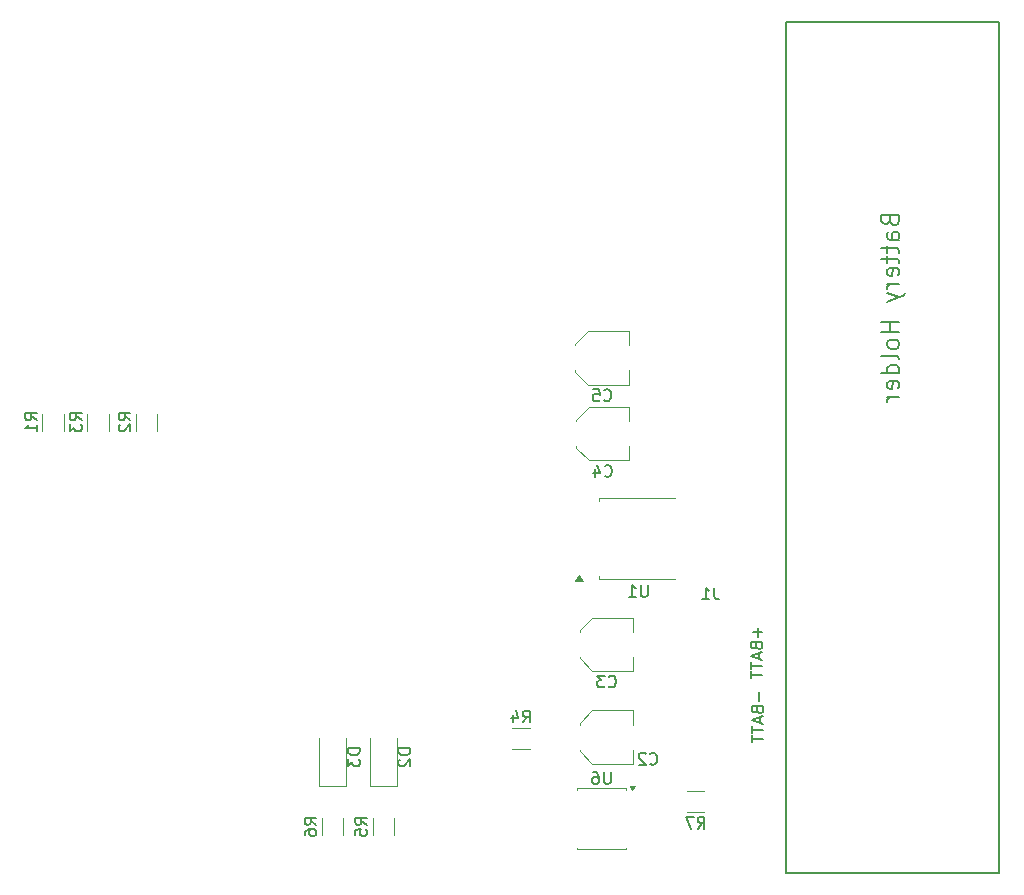
<source format=gbr>
%TF.GenerationSoftware,KiCad,Pcbnew,9.0.7*%
%TF.CreationDate,2026-01-28T06:25:16-03:00*%
%TF.ProjectId,jammerBT_v4,6a616d6d-6572-4425-945f-76342e6b6963,rev?*%
%TF.SameCoordinates,Original*%
%TF.FileFunction,Legend,Bot*%
%TF.FilePolarity,Positive*%
%FSLAX46Y46*%
G04 Gerber Fmt 4.6, Leading zero omitted, Abs format (unit mm)*
G04 Created by KiCad (PCBNEW 9.0.7) date 2026-01-28 06:25:16*
%MOMM*%
%LPD*%
G01*
G04 APERTURE LIST*
%ADD10C,0.150000*%
%ADD11C,0.187500*%
%ADD12C,0.200000*%
%ADD13C,0.120000*%
G04 APERTURE END LIST*
D10*
X199080000Y-54020000D02*
X217080000Y-54020000D01*
X217080000Y-126020000D01*
X199080000Y-126020000D01*
X199080000Y-54020000D01*
D11*
X207850964Y-70800497D02*
X207922392Y-71014783D01*
X207922392Y-71014783D02*
X207993821Y-71086212D01*
X207993821Y-71086212D02*
X208136678Y-71157640D01*
X208136678Y-71157640D02*
X208350964Y-71157640D01*
X208350964Y-71157640D02*
X208493821Y-71086212D01*
X208493821Y-71086212D02*
X208565250Y-71014783D01*
X208565250Y-71014783D02*
X208636678Y-70871926D01*
X208636678Y-70871926D02*
X208636678Y-70300497D01*
X208636678Y-70300497D02*
X207136678Y-70300497D01*
X207136678Y-70300497D02*
X207136678Y-70800497D01*
X207136678Y-70800497D02*
X207208107Y-70943355D01*
X207208107Y-70943355D02*
X207279535Y-71014783D01*
X207279535Y-71014783D02*
X207422392Y-71086212D01*
X207422392Y-71086212D02*
X207565250Y-71086212D01*
X207565250Y-71086212D02*
X207708107Y-71014783D01*
X207708107Y-71014783D02*
X207779535Y-70943355D01*
X207779535Y-70943355D02*
X207850964Y-70800497D01*
X207850964Y-70800497D02*
X207850964Y-70300497D01*
X208636678Y-72443355D02*
X207850964Y-72443355D01*
X207850964Y-72443355D02*
X207708107Y-72371926D01*
X207708107Y-72371926D02*
X207636678Y-72229069D01*
X207636678Y-72229069D02*
X207636678Y-71943355D01*
X207636678Y-71943355D02*
X207708107Y-71800497D01*
X208565250Y-72443355D02*
X208636678Y-72300497D01*
X208636678Y-72300497D02*
X208636678Y-71943355D01*
X208636678Y-71943355D02*
X208565250Y-71800497D01*
X208565250Y-71800497D02*
X208422392Y-71729069D01*
X208422392Y-71729069D02*
X208279535Y-71729069D01*
X208279535Y-71729069D02*
X208136678Y-71800497D01*
X208136678Y-71800497D02*
X208065250Y-71943355D01*
X208065250Y-71943355D02*
X208065250Y-72300497D01*
X208065250Y-72300497D02*
X207993821Y-72443355D01*
X207636678Y-72943355D02*
X207636678Y-73514783D01*
X207136678Y-73157640D02*
X208422392Y-73157640D01*
X208422392Y-73157640D02*
X208565250Y-73229069D01*
X208565250Y-73229069D02*
X208636678Y-73371926D01*
X208636678Y-73371926D02*
X208636678Y-73514783D01*
X207636678Y-73800498D02*
X207636678Y-74371926D01*
X207136678Y-74014783D02*
X208422392Y-74014783D01*
X208422392Y-74014783D02*
X208565250Y-74086212D01*
X208565250Y-74086212D02*
X208636678Y-74229069D01*
X208636678Y-74229069D02*
X208636678Y-74371926D01*
X208565250Y-75443355D02*
X208636678Y-75300498D01*
X208636678Y-75300498D02*
X208636678Y-75014784D01*
X208636678Y-75014784D02*
X208565250Y-74871926D01*
X208565250Y-74871926D02*
X208422392Y-74800498D01*
X208422392Y-74800498D02*
X207850964Y-74800498D01*
X207850964Y-74800498D02*
X207708107Y-74871926D01*
X207708107Y-74871926D02*
X207636678Y-75014784D01*
X207636678Y-75014784D02*
X207636678Y-75300498D01*
X207636678Y-75300498D02*
X207708107Y-75443355D01*
X207708107Y-75443355D02*
X207850964Y-75514784D01*
X207850964Y-75514784D02*
X207993821Y-75514784D01*
X207993821Y-75514784D02*
X208136678Y-74800498D01*
X208636678Y-76157640D02*
X207636678Y-76157640D01*
X207922392Y-76157640D02*
X207779535Y-76229069D01*
X207779535Y-76229069D02*
X207708107Y-76300498D01*
X207708107Y-76300498D02*
X207636678Y-76443355D01*
X207636678Y-76443355D02*
X207636678Y-76586212D01*
X207636678Y-76943354D02*
X208636678Y-77300497D01*
X207636678Y-77657640D02*
X208636678Y-77300497D01*
X208636678Y-77300497D02*
X208993821Y-77157640D01*
X208993821Y-77157640D02*
X209065250Y-77086211D01*
X209065250Y-77086211D02*
X209136678Y-76943354D01*
X208636678Y-79371925D02*
X207136678Y-79371925D01*
X207850964Y-79371925D02*
X207850964Y-80229068D01*
X208636678Y-80229068D02*
X207136678Y-80229068D01*
X208636678Y-81157640D02*
X208565250Y-81014783D01*
X208565250Y-81014783D02*
X208493821Y-80943354D01*
X208493821Y-80943354D02*
X208350964Y-80871926D01*
X208350964Y-80871926D02*
X207922392Y-80871926D01*
X207922392Y-80871926D02*
X207779535Y-80943354D01*
X207779535Y-80943354D02*
X207708107Y-81014783D01*
X207708107Y-81014783D02*
X207636678Y-81157640D01*
X207636678Y-81157640D02*
X207636678Y-81371926D01*
X207636678Y-81371926D02*
X207708107Y-81514783D01*
X207708107Y-81514783D02*
X207779535Y-81586212D01*
X207779535Y-81586212D02*
X207922392Y-81657640D01*
X207922392Y-81657640D02*
X208350964Y-81657640D01*
X208350964Y-81657640D02*
X208493821Y-81586212D01*
X208493821Y-81586212D02*
X208565250Y-81514783D01*
X208565250Y-81514783D02*
X208636678Y-81371926D01*
X208636678Y-81371926D02*
X208636678Y-81157640D01*
X208636678Y-82514783D02*
X208565250Y-82371926D01*
X208565250Y-82371926D02*
X208422392Y-82300497D01*
X208422392Y-82300497D02*
X207136678Y-82300497D01*
X208636678Y-83729069D02*
X207136678Y-83729069D01*
X208565250Y-83729069D02*
X208636678Y-83586211D01*
X208636678Y-83586211D02*
X208636678Y-83300497D01*
X208636678Y-83300497D02*
X208565250Y-83157640D01*
X208565250Y-83157640D02*
X208493821Y-83086211D01*
X208493821Y-83086211D02*
X208350964Y-83014783D01*
X208350964Y-83014783D02*
X207922392Y-83014783D01*
X207922392Y-83014783D02*
X207779535Y-83086211D01*
X207779535Y-83086211D02*
X207708107Y-83157640D01*
X207708107Y-83157640D02*
X207636678Y-83300497D01*
X207636678Y-83300497D02*
X207636678Y-83586211D01*
X207636678Y-83586211D02*
X207708107Y-83729069D01*
X208565250Y-85014783D02*
X208636678Y-84871926D01*
X208636678Y-84871926D02*
X208636678Y-84586212D01*
X208636678Y-84586212D02*
X208565250Y-84443354D01*
X208565250Y-84443354D02*
X208422392Y-84371926D01*
X208422392Y-84371926D02*
X207850964Y-84371926D01*
X207850964Y-84371926D02*
X207708107Y-84443354D01*
X207708107Y-84443354D02*
X207636678Y-84586212D01*
X207636678Y-84586212D02*
X207636678Y-84871926D01*
X207636678Y-84871926D02*
X207708107Y-85014783D01*
X207708107Y-85014783D02*
X207850964Y-85086212D01*
X207850964Y-85086212D02*
X207993821Y-85086212D01*
X207993821Y-85086212D02*
X208136678Y-84371926D01*
X208636678Y-85729068D02*
X207636678Y-85729068D01*
X207922392Y-85729068D02*
X207779535Y-85800497D01*
X207779535Y-85800497D02*
X207708107Y-85871926D01*
X207708107Y-85871926D02*
X207636678Y-86014783D01*
X207636678Y-86014783D02*
X207636678Y-86157640D01*
D12*
X196681266Y-105253571D02*
X196681266Y-106015476D01*
X197062219Y-105634523D02*
X196300314Y-105634523D01*
X196538409Y-106824999D02*
X196586028Y-106967856D01*
X196586028Y-106967856D02*
X196633647Y-107015475D01*
X196633647Y-107015475D02*
X196728885Y-107063094D01*
X196728885Y-107063094D02*
X196871742Y-107063094D01*
X196871742Y-107063094D02*
X196966980Y-107015475D01*
X196966980Y-107015475D02*
X197014600Y-106967856D01*
X197014600Y-106967856D02*
X197062219Y-106872618D01*
X197062219Y-106872618D02*
X197062219Y-106491666D01*
X197062219Y-106491666D02*
X196062219Y-106491666D01*
X196062219Y-106491666D02*
X196062219Y-106824999D01*
X196062219Y-106824999D02*
X196109838Y-106920237D01*
X196109838Y-106920237D02*
X196157457Y-106967856D01*
X196157457Y-106967856D02*
X196252695Y-107015475D01*
X196252695Y-107015475D02*
X196347933Y-107015475D01*
X196347933Y-107015475D02*
X196443171Y-106967856D01*
X196443171Y-106967856D02*
X196490790Y-106920237D01*
X196490790Y-106920237D02*
X196538409Y-106824999D01*
X196538409Y-106824999D02*
X196538409Y-106491666D01*
X196776504Y-107444047D02*
X196776504Y-107920237D01*
X197062219Y-107348809D02*
X196062219Y-107682142D01*
X196062219Y-107682142D02*
X197062219Y-108015475D01*
X196062219Y-108205952D02*
X196062219Y-108777380D01*
X197062219Y-108491666D02*
X196062219Y-108491666D01*
X196062219Y-108967857D02*
X196062219Y-109539285D01*
X197062219Y-109253571D02*
X196062219Y-109253571D01*
X196756266Y-110678571D02*
X196756266Y-111440476D01*
X196613409Y-112249999D02*
X196661028Y-112392856D01*
X196661028Y-112392856D02*
X196708647Y-112440475D01*
X196708647Y-112440475D02*
X196803885Y-112488094D01*
X196803885Y-112488094D02*
X196946742Y-112488094D01*
X196946742Y-112488094D02*
X197041980Y-112440475D01*
X197041980Y-112440475D02*
X197089600Y-112392856D01*
X197089600Y-112392856D02*
X197137219Y-112297618D01*
X197137219Y-112297618D02*
X197137219Y-111916666D01*
X197137219Y-111916666D02*
X196137219Y-111916666D01*
X196137219Y-111916666D02*
X196137219Y-112249999D01*
X196137219Y-112249999D02*
X196184838Y-112345237D01*
X196184838Y-112345237D02*
X196232457Y-112392856D01*
X196232457Y-112392856D02*
X196327695Y-112440475D01*
X196327695Y-112440475D02*
X196422933Y-112440475D01*
X196422933Y-112440475D02*
X196518171Y-112392856D01*
X196518171Y-112392856D02*
X196565790Y-112345237D01*
X196565790Y-112345237D02*
X196613409Y-112249999D01*
X196613409Y-112249999D02*
X196613409Y-111916666D01*
X196851504Y-112869047D02*
X196851504Y-113345237D01*
X197137219Y-112773809D02*
X196137219Y-113107142D01*
X196137219Y-113107142D02*
X197137219Y-113440475D01*
X196137219Y-113630952D02*
X196137219Y-114202380D01*
X197137219Y-113916666D02*
X196137219Y-113916666D01*
X196137219Y-114392857D02*
X196137219Y-114964285D01*
X197137219Y-114678571D02*
X196137219Y-114678571D01*
D10*
X184211904Y-117492319D02*
X184211904Y-118301842D01*
X184211904Y-118301842D02*
X184164285Y-118397080D01*
X184164285Y-118397080D02*
X184116666Y-118444700D01*
X184116666Y-118444700D02*
X184021428Y-118492319D01*
X184021428Y-118492319D02*
X183830952Y-118492319D01*
X183830952Y-118492319D02*
X183735714Y-118444700D01*
X183735714Y-118444700D02*
X183688095Y-118397080D01*
X183688095Y-118397080D02*
X183640476Y-118301842D01*
X183640476Y-118301842D02*
X183640476Y-117492319D01*
X182735714Y-117492319D02*
X182926190Y-117492319D01*
X182926190Y-117492319D02*
X183021428Y-117539938D01*
X183021428Y-117539938D02*
X183069047Y-117587557D01*
X183069047Y-117587557D02*
X183164285Y-117730414D01*
X183164285Y-117730414D02*
X183211904Y-117920890D01*
X183211904Y-117920890D02*
X183211904Y-118301842D01*
X183211904Y-118301842D02*
X183164285Y-118397080D01*
X183164285Y-118397080D02*
X183116666Y-118444700D01*
X183116666Y-118444700D02*
X183021428Y-118492319D01*
X183021428Y-118492319D02*
X182830952Y-118492319D01*
X182830952Y-118492319D02*
X182735714Y-118444700D01*
X182735714Y-118444700D02*
X182688095Y-118397080D01*
X182688095Y-118397080D02*
X182640476Y-118301842D01*
X182640476Y-118301842D02*
X182640476Y-118063747D01*
X182640476Y-118063747D02*
X182688095Y-117968509D01*
X182688095Y-117968509D02*
X182735714Y-117920890D01*
X182735714Y-117920890D02*
X182830952Y-117873271D01*
X182830952Y-117873271D02*
X183021428Y-117873271D01*
X183021428Y-117873271D02*
X183116666Y-117920890D01*
X183116666Y-117920890D02*
X183164285Y-117968509D01*
X183164285Y-117968509D02*
X183211904Y-118063747D01*
X162959819Y-115481905D02*
X161959819Y-115481905D01*
X161959819Y-115481905D02*
X161959819Y-115720000D01*
X161959819Y-115720000D02*
X162007438Y-115862857D01*
X162007438Y-115862857D02*
X162102676Y-115958095D01*
X162102676Y-115958095D02*
X162197914Y-116005714D01*
X162197914Y-116005714D02*
X162388390Y-116053333D01*
X162388390Y-116053333D02*
X162531247Y-116053333D01*
X162531247Y-116053333D02*
X162721723Y-116005714D01*
X162721723Y-116005714D02*
X162816961Y-115958095D01*
X162816961Y-115958095D02*
X162912200Y-115862857D01*
X162912200Y-115862857D02*
X162959819Y-115720000D01*
X162959819Y-115720000D02*
X162959819Y-115481905D01*
X161959819Y-116386667D02*
X161959819Y-117005714D01*
X161959819Y-117005714D02*
X162340771Y-116672381D01*
X162340771Y-116672381D02*
X162340771Y-116815238D01*
X162340771Y-116815238D02*
X162388390Y-116910476D01*
X162388390Y-116910476D02*
X162436009Y-116958095D01*
X162436009Y-116958095D02*
X162531247Y-117005714D01*
X162531247Y-117005714D02*
X162769342Y-117005714D01*
X162769342Y-117005714D02*
X162864580Y-116958095D01*
X162864580Y-116958095D02*
X162912200Y-116910476D01*
X162912200Y-116910476D02*
X162959819Y-116815238D01*
X162959819Y-116815238D02*
X162959819Y-116529524D01*
X162959819Y-116529524D02*
X162912200Y-116434286D01*
X162912200Y-116434286D02*
X162864580Y-116386667D01*
X143544819Y-87700533D02*
X143068628Y-87367200D01*
X143544819Y-87129105D02*
X142544819Y-87129105D01*
X142544819Y-87129105D02*
X142544819Y-87510057D01*
X142544819Y-87510057D02*
X142592438Y-87605295D01*
X142592438Y-87605295D02*
X142640057Y-87652914D01*
X142640057Y-87652914D02*
X142735295Y-87700533D01*
X142735295Y-87700533D02*
X142878152Y-87700533D01*
X142878152Y-87700533D02*
X142973390Y-87652914D01*
X142973390Y-87652914D02*
X143021009Y-87605295D01*
X143021009Y-87605295D02*
X143068628Y-87510057D01*
X143068628Y-87510057D02*
X143068628Y-87129105D01*
X142640057Y-88081486D02*
X142592438Y-88129105D01*
X142592438Y-88129105D02*
X142544819Y-88224343D01*
X142544819Y-88224343D02*
X142544819Y-88462438D01*
X142544819Y-88462438D02*
X142592438Y-88557676D01*
X142592438Y-88557676D02*
X142640057Y-88605295D01*
X142640057Y-88605295D02*
X142735295Y-88652914D01*
X142735295Y-88652914D02*
X142830533Y-88652914D01*
X142830533Y-88652914D02*
X142973390Y-88605295D01*
X142973390Y-88605295D02*
X143544819Y-88033867D01*
X143544819Y-88033867D02*
X143544819Y-88652914D01*
X187546666Y-116769580D02*
X187594285Y-116817200D01*
X187594285Y-116817200D02*
X187737142Y-116864819D01*
X187737142Y-116864819D02*
X187832380Y-116864819D01*
X187832380Y-116864819D02*
X187975237Y-116817200D01*
X187975237Y-116817200D02*
X188070475Y-116721961D01*
X188070475Y-116721961D02*
X188118094Y-116626723D01*
X188118094Y-116626723D02*
X188165713Y-116436247D01*
X188165713Y-116436247D02*
X188165713Y-116293390D01*
X188165713Y-116293390D02*
X188118094Y-116102914D01*
X188118094Y-116102914D02*
X188070475Y-116007676D01*
X188070475Y-116007676D02*
X187975237Y-115912438D01*
X187975237Y-115912438D02*
X187832380Y-115864819D01*
X187832380Y-115864819D02*
X187737142Y-115864819D01*
X187737142Y-115864819D02*
X187594285Y-115912438D01*
X187594285Y-115912438D02*
X187546666Y-115960057D01*
X187165713Y-115960057D02*
X187118094Y-115912438D01*
X187118094Y-115912438D02*
X187022856Y-115864819D01*
X187022856Y-115864819D02*
X186784761Y-115864819D01*
X186784761Y-115864819D02*
X186689523Y-115912438D01*
X186689523Y-115912438D02*
X186641904Y-115960057D01*
X186641904Y-115960057D02*
X186594285Y-116055295D01*
X186594285Y-116055295D02*
X186594285Y-116150533D01*
X186594285Y-116150533D02*
X186641904Y-116293390D01*
X186641904Y-116293390D02*
X187213332Y-116864819D01*
X187213332Y-116864819D02*
X186594285Y-116864819D01*
X163579819Y-121943333D02*
X163103628Y-121610000D01*
X163579819Y-121371905D02*
X162579819Y-121371905D01*
X162579819Y-121371905D02*
X162579819Y-121752857D01*
X162579819Y-121752857D02*
X162627438Y-121848095D01*
X162627438Y-121848095D02*
X162675057Y-121895714D01*
X162675057Y-121895714D02*
X162770295Y-121943333D01*
X162770295Y-121943333D02*
X162913152Y-121943333D01*
X162913152Y-121943333D02*
X163008390Y-121895714D01*
X163008390Y-121895714D02*
X163056009Y-121848095D01*
X163056009Y-121848095D02*
X163103628Y-121752857D01*
X163103628Y-121752857D02*
X163103628Y-121371905D01*
X162579819Y-122848095D02*
X162579819Y-122371905D01*
X162579819Y-122371905D02*
X163056009Y-122324286D01*
X163056009Y-122324286D02*
X163008390Y-122371905D01*
X163008390Y-122371905D02*
X162960771Y-122467143D01*
X162960771Y-122467143D02*
X162960771Y-122705238D01*
X162960771Y-122705238D02*
X163008390Y-122800476D01*
X163008390Y-122800476D02*
X163056009Y-122848095D01*
X163056009Y-122848095D02*
X163151247Y-122895714D01*
X163151247Y-122895714D02*
X163389342Y-122895714D01*
X163389342Y-122895714D02*
X163484580Y-122848095D01*
X163484580Y-122848095D02*
X163532200Y-122800476D01*
X163532200Y-122800476D02*
X163579819Y-122705238D01*
X163579819Y-122705238D02*
X163579819Y-122467143D01*
X163579819Y-122467143D02*
X163532200Y-122371905D01*
X163532200Y-122371905D02*
X163484580Y-122324286D01*
X135644819Y-87700533D02*
X135168628Y-87367200D01*
X135644819Y-87129105D02*
X134644819Y-87129105D01*
X134644819Y-87129105D02*
X134644819Y-87510057D01*
X134644819Y-87510057D02*
X134692438Y-87605295D01*
X134692438Y-87605295D02*
X134740057Y-87652914D01*
X134740057Y-87652914D02*
X134835295Y-87700533D01*
X134835295Y-87700533D02*
X134978152Y-87700533D01*
X134978152Y-87700533D02*
X135073390Y-87652914D01*
X135073390Y-87652914D02*
X135121009Y-87605295D01*
X135121009Y-87605295D02*
X135168628Y-87510057D01*
X135168628Y-87510057D02*
X135168628Y-87129105D01*
X135644819Y-88652914D02*
X135644819Y-88081486D01*
X135644819Y-88367200D02*
X134644819Y-88367200D01*
X134644819Y-88367200D02*
X134787676Y-88271962D01*
X134787676Y-88271962D02*
X134882914Y-88176724D01*
X134882914Y-88176724D02*
X134930533Y-88081486D01*
X139419819Y-87700533D02*
X138943628Y-87367200D01*
X139419819Y-87129105D02*
X138419819Y-87129105D01*
X138419819Y-87129105D02*
X138419819Y-87510057D01*
X138419819Y-87510057D02*
X138467438Y-87605295D01*
X138467438Y-87605295D02*
X138515057Y-87652914D01*
X138515057Y-87652914D02*
X138610295Y-87700533D01*
X138610295Y-87700533D02*
X138753152Y-87700533D01*
X138753152Y-87700533D02*
X138848390Y-87652914D01*
X138848390Y-87652914D02*
X138896009Y-87605295D01*
X138896009Y-87605295D02*
X138943628Y-87510057D01*
X138943628Y-87510057D02*
X138943628Y-87129105D01*
X138419819Y-88033867D02*
X138419819Y-88652914D01*
X138419819Y-88652914D02*
X138800771Y-88319581D01*
X138800771Y-88319581D02*
X138800771Y-88462438D01*
X138800771Y-88462438D02*
X138848390Y-88557676D01*
X138848390Y-88557676D02*
X138896009Y-88605295D01*
X138896009Y-88605295D02*
X138991247Y-88652914D01*
X138991247Y-88652914D02*
X139229342Y-88652914D01*
X139229342Y-88652914D02*
X139324580Y-88605295D01*
X139324580Y-88605295D02*
X139372200Y-88557676D01*
X139372200Y-88557676D02*
X139419819Y-88462438D01*
X139419819Y-88462438D02*
X139419819Y-88176724D01*
X139419819Y-88176724D02*
X139372200Y-88081486D01*
X139372200Y-88081486D02*
X139324580Y-88033867D01*
X183651666Y-85984580D02*
X183699285Y-86032200D01*
X183699285Y-86032200D02*
X183842142Y-86079819D01*
X183842142Y-86079819D02*
X183937380Y-86079819D01*
X183937380Y-86079819D02*
X184080237Y-86032200D01*
X184080237Y-86032200D02*
X184175475Y-85936961D01*
X184175475Y-85936961D02*
X184223094Y-85841723D01*
X184223094Y-85841723D02*
X184270713Y-85651247D01*
X184270713Y-85651247D02*
X184270713Y-85508390D01*
X184270713Y-85508390D02*
X184223094Y-85317914D01*
X184223094Y-85317914D02*
X184175475Y-85222676D01*
X184175475Y-85222676D02*
X184080237Y-85127438D01*
X184080237Y-85127438D02*
X183937380Y-85079819D01*
X183937380Y-85079819D02*
X183842142Y-85079819D01*
X183842142Y-85079819D02*
X183699285Y-85127438D01*
X183699285Y-85127438D02*
X183651666Y-85175057D01*
X182746904Y-85079819D02*
X183223094Y-85079819D01*
X183223094Y-85079819D02*
X183270713Y-85556009D01*
X183270713Y-85556009D02*
X183223094Y-85508390D01*
X183223094Y-85508390D02*
X183127856Y-85460771D01*
X183127856Y-85460771D02*
X182889761Y-85460771D01*
X182889761Y-85460771D02*
X182794523Y-85508390D01*
X182794523Y-85508390D02*
X182746904Y-85556009D01*
X182746904Y-85556009D02*
X182699285Y-85651247D01*
X182699285Y-85651247D02*
X182699285Y-85889342D01*
X182699285Y-85889342D02*
X182746904Y-85984580D01*
X182746904Y-85984580D02*
X182794523Y-86032200D01*
X182794523Y-86032200D02*
X182889761Y-86079819D01*
X182889761Y-86079819D02*
X183127856Y-86079819D01*
X183127856Y-86079819D02*
X183223094Y-86032200D01*
X183223094Y-86032200D02*
X183270713Y-85984580D01*
X187331904Y-101657319D02*
X187331904Y-102466842D01*
X187331904Y-102466842D02*
X187284285Y-102562080D01*
X187284285Y-102562080D02*
X187236666Y-102609700D01*
X187236666Y-102609700D02*
X187141428Y-102657319D01*
X187141428Y-102657319D02*
X186950952Y-102657319D01*
X186950952Y-102657319D02*
X186855714Y-102609700D01*
X186855714Y-102609700D02*
X186808095Y-102562080D01*
X186808095Y-102562080D02*
X186760476Y-102466842D01*
X186760476Y-102466842D02*
X186760476Y-101657319D01*
X185760476Y-102657319D02*
X186331904Y-102657319D01*
X186046190Y-102657319D02*
X186046190Y-101657319D01*
X186046190Y-101657319D02*
X186141428Y-101800176D01*
X186141428Y-101800176D02*
X186236666Y-101895414D01*
X186236666Y-101895414D02*
X186331904Y-101943033D01*
X183701666Y-92409580D02*
X183749285Y-92457200D01*
X183749285Y-92457200D02*
X183892142Y-92504819D01*
X183892142Y-92504819D02*
X183987380Y-92504819D01*
X183987380Y-92504819D02*
X184130237Y-92457200D01*
X184130237Y-92457200D02*
X184225475Y-92361961D01*
X184225475Y-92361961D02*
X184273094Y-92266723D01*
X184273094Y-92266723D02*
X184320713Y-92076247D01*
X184320713Y-92076247D02*
X184320713Y-91933390D01*
X184320713Y-91933390D02*
X184273094Y-91742914D01*
X184273094Y-91742914D02*
X184225475Y-91647676D01*
X184225475Y-91647676D02*
X184130237Y-91552438D01*
X184130237Y-91552438D02*
X183987380Y-91504819D01*
X183987380Y-91504819D02*
X183892142Y-91504819D01*
X183892142Y-91504819D02*
X183749285Y-91552438D01*
X183749285Y-91552438D02*
X183701666Y-91600057D01*
X182844523Y-91838152D02*
X182844523Y-92504819D01*
X183082618Y-91457200D02*
X183320713Y-92171485D01*
X183320713Y-92171485D02*
X182701666Y-92171485D01*
X191571666Y-122274819D02*
X191904999Y-121798628D01*
X192143094Y-122274819D02*
X192143094Y-121274819D01*
X192143094Y-121274819D02*
X191762142Y-121274819D01*
X191762142Y-121274819D02*
X191666904Y-121322438D01*
X191666904Y-121322438D02*
X191619285Y-121370057D01*
X191619285Y-121370057D02*
X191571666Y-121465295D01*
X191571666Y-121465295D02*
X191571666Y-121608152D01*
X191571666Y-121608152D02*
X191619285Y-121703390D01*
X191619285Y-121703390D02*
X191666904Y-121751009D01*
X191666904Y-121751009D02*
X191762142Y-121798628D01*
X191762142Y-121798628D02*
X192143094Y-121798628D01*
X191238332Y-121274819D02*
X190571666Y-121274819D01*
X190571666Y-121274819D02*
X191000237Y-122274819D01*
X167239819Y-115481905D02*
X166239819Y-115481905D01*
X166239819Y-115481905D02*
X166239819Y-115720000D01*
X166239819Y-115720000D02*
X166287438Y-115862857D01*
X166287438Y-115862857D02*
X166382676Y-115958095D01*
X166382676Y-115958095D02*
X166477914Y-116005714D01*
X166477914Y-116005714D02*
X166668390Y-116053333D01*
X166668390Y-116053333D02*
X166811247Y-116053333D01*
X166811247Y-116053333D02*
X167001723Y-116005714D01*
X167001723Y-116005714D02*
X167096961Y-115958095D01*
X167096961Y-115958095D02*
X167192200Y-115862857D01*
X167192200Y-115862857D02*
X167239819Y-115720000D01*
X167239819Y-115720000D02*
X167239819Y-115481905D01*
X166335057Y-116434286D02*
X166287438Y-116481905D01*
X166287438Y-116481905D02*
X166239819Y-116577143D01*
X166239819Y-116577143D02*
X166239819Y-116815238D01*
X166239819Y-116815238D02*
X166287438Y-116910476D01*
X166287438Y-116910476D02*
X166335057Y-116958095D01*
X166335057Y-116958095D02*
X166430295Y-117005714D01*
X166430295Y-117005714D02*
X166525533Y-117005714D01*
X166525533Y-117005714D02*
X166668390Y-116958095D01*
X166668390Y-116958095D02*
X167239819Y-116386667D01*
X167239819Y-116386667D02*
X167239819Y-117005714D01*
X176776666Y-113284819D02*
X177109999Y-112808628D01*
X177348094Y-113284819D02*
X177348094Y-112284819D01*
X177348094Y-112284819D02*
X176967142Y-112284819D01*
X176967142Y-112284819D02*
X176871904Y-112332438D01*
X176871904Y-112332438D02*
X176824285Y-112380057D01*
X176824285Y-112380057D02*
X176776666Y-112475295D01*
X176776666Y-112475295D02*
X176776666Y-112618152D01*
X176776666Y-112618152D02*
X176824285Y-112713390D01*
X176824285Y-112713390D02*
X176871904Y-112761009D01*
X176871904Y-112761009D02*
X176967142Y-112808628D01*
X176967142Y-112808628D02*
X177348094Y-112808628D01*
X175919523Y-112618152D02*
X175919523Y-113284819D01*
X176157618Y-112237200D02*
X176395713Y-112951485D01*
X176395713Y-112951485D02*
X175776666Y-112951485D01*
X184026666Y-110234580D02*
X184074285Y-110282200D01*
X184074285Y-110282200D02*
X184217142Y-110329819D01*
X184217142Y-110329819D02*
X184312380Y-110329819D01*
X184312380Y-110329819D02*
X184455237Y-110282200D01*
X184455237Y-110282200D02*
X184550475Y-110186961D01*
X184550475Y-110186961D02*
X184598094Y-110091723D01*
X184598094Y-110091723D02*
X184645713Y-109901247D01*
X184645713Y-109901247D02*
X184645713Y-109758390D01*
X184645713Y-109758390D02*
X184598094Y-109567914D01*
X184598094Y-109567914D02*
X184550475Y-109472676D01*
X184550475Y-109472676D02*
X184455237Y-109377438D01*
X184455237Y-109377438D02*
X184312380Y-109329819D01*
X184312380Y-109329819D02*
X184217142Y-109329819D01*
X184217142Y-109329819D02*
X184074285Y-109377438D01*
X184074285Y-109377438D02*
X184026666Y-109425057D01*
X183693332Y-109329819D02*
X183074285Y-109329819D01*
X183074285Y-109329819D02*
X183407618Y-109710771D01*
X183407618Y-109710771D02*
X183264761Y-109710771D01*
X183264761Y-109710771D02*
X183169523Y-109758390D01*
X183169523Y-109758390D02*
X183121904Y-109806009D01*
X183121904Y-109806009D02*
X183074285Y-109901247D01*
X183074285Y-109901247D02*
X183074285Y-110139342D01*
X183074285Y-110139342D02*
X183121904Y-110234580D01*
X183121904Y-110234580D02*
X183169523Y-110282200D01*
X183169523Y-110282200D02*
X183264761Y-110329819D01*
X183264761Y-110329819D02*
X183550475Y-110329819D01*
X183550475Y-110329819D02*
X183645713Y-110282200D01*
X183645713Y-110282200D02*
X183693332Y-110234580D01*
X192968333Y-101871069D02*
X192968333Y-102585354D01*
X192968333Y-102585354D02*
X193015952Y-102728211D01*
X193015952Y-102728211D02*
X193111190Y-102823450D01*
X193111190Y-102823450D02*
X193254047Y-102871069D01*
X193254047Y-102871069D02*
X193349285Y-102871069D01*
X191968333Y-102871069D02*
X192539761Y-102871069D01*
X192254047Y-102871069D02*
X192254047Y-101871069D01*
X192254047Y-101871069D02*
X192349285Y-102013926D01*
X192349285Y-102013926D02*
X192444523Y-102109164D01*
X192444523Y-102109164D02*
X192539761Y-102156783D01*
X159289819Y-121943333D02*
X158813628Y-121610000D01*
X159289819Y-121371905D02*
X158289819Y-121371905D01*
X158289819Y-121371905D02*
X158289819Y-121752857D01*
X158289819Y-121752857D02*
X158337438Y-121848095D01*
X158337438Y-121848095D02*
X158385057Y-121895714D01*
X158385057Y-121895714D02*
X158480295Y-121943333D01*
X158480295Y-121943333D02*
X158623152Y-121943333D01*
X158623152Y-121943333D02*
X158718390Y-121895714D01*
X158718390Y-121895714D02*
X158766009Y-121848095D01*
X158766009Y-121848095D02*
X158813628Y-121752857D01*
X158813628Y-121752857D02*
X158813628Y-121371905D01*
X158289819Y-122800476D02*
X158289819Y-122610000D01*
X158289819Y-122610000D02*
X158337438Y-122514762D01*
X158337438Y-122514762D02*
X158385057Y-122467143D01*
X158385057Y-122467143D02*
X158527914Y-122371905D01*
X158527914Y-122371905D02*
X158718390Y-122324286D01*
X158718390Y-122324286D02*
X159099342Y-122324286D01*
X159099342Y-122324286D02*
X159194580Y-122371905D01*
X159194580Y-122371905D02*
X159242200Y-122419524D01*
X159242200Y-122419524D02*
X159289819Y-122514762D01*
X159289819Y-122514762D02*
X159289819Y-122705238D01*
X159289819Y-122705238D02*
X159242200Y-122800476D01*
X159242200Y-122800476D02*
X159194580Y-122848095D01*
X159194580Y-122848095D02*
X159099342Y-122895714D01*
X159099342Y-122895714D02*
X158861247Y-122895714D01*
X158861247Y-122895714D02*
X158766009Y-122848095D01*
X158766009Y-122848095D02*
X158718390Y-122800476D01*
X158718390Y-122800476D02*
X158670771Y-122705238D01*
X158670771Y-122705238D02*
X158670771Y-122514762D01*
X158670771Y-122514762D02*
X158718390Y-122419524D01*
X158718390Y-122419524D02*
X158766009Y-122371905D01*
X158766009Y-122371905D02*
X158861247Y-122324286D01*
D13*
%TO.C,U6*%
X185510000Y-118877500D02*
X181390000Y-118877500D01*
X185510000Y-118972500D02*
X185510000Y-118877500D01*
X185510000Y-123997500D02*
X185510000Y-123902500D01*
X181390000Y-118877500D02*
X181390000Y-118972500D01*
X181390000Y-123902500D02*
X181390000Y-123997500D01*
X181390000Y-123997500D02*
X185510000Y-123997500D01*
X186050000Y-118967500D02*
X185810000Y-118637500D01*
X186290000Y-118637500D01*
X186050000Y-118967500D01*
G36*
X186050000Y-118967500D02*
G01*
X185810000Y-118637500D01*
X186290000Y-118637500D01*
X186050000Y-118967500D01*
G37*
%TO.C,D3*%
X159540000Y-118680000D02*
X159540000Y-114620000D01*
X161810000Y-114620000D02*
X161810000Y-118680000D01*
X161810000Y-118680000D02*
X159540000Y-118680000D01*
%TO.C,R2*%
X144000000Y-87140136D02*
X144000000Y-88594264D01*
X145820000Y-87140136D02*
X145820000Y-88594264D01*
%TO.C,C2*%
X181600000Y-113329437D02*
X181600000Y-113465000D01*
X181600000Y-113329437D02*
X182664437Y-112265000D01*
X181600000Y-115720563D02*
X181600000Y-115585000D01*
X181600000Y-115720563D02*
X182664437Y-116785000D01*
X182664437Y-112265000D02*
X186120000Y-112265000D01*
X182664437Y-116785000D02*
X186120000Y-116785000D01*
X186120000Y-112265000D02*
X186120000Y-113465000D01*
X186120000Y-116785000D02*
X186120000Y-115585000D01*
%TO.C,R5*%
X164045000Y-121382936D02*
X164045000Y-122837064D01*
X165865000Y-121382936D02*
X165865000Y-122837064D01*
%TO.C,R1*%
X136100000Y-87140136D02*
X136100000Y-88594264D01*
X137920000Y-87140136D02*
X137920000Y-88594264D01*
%TO.C,R3*%
X139875000Y-87140136D02*
X139875000Y-88594264D01*
X141695000Y-87140136D02*
X141695000Y-88594264D01*
%TO.C,C5*%
X181225000Y-81229437D02*
X181225000Y-81365000D01*
X181225000Y-81229437D02*
X182289437Y-80165000D01*
X181225000Y-83620563D02*
X181225000Y-83485000D01*
X181225000Y-83620563D02*
X182289437Y-84685000D01*
X182289437Y-80165000D02*
X185745000Y-80165000D01*
X182289437Y-84685000D02*
X185745000Y-84685000D01*
X185745000Y-80165000D02*
X185745000Y-81365000D01*
X185745000Y-84685000D02*
X185745000Y-83485000D01*
%TO.C,U1*%
X183260000Y-94252500D02*
X183260000Y-94522500D01*
X183260000Y-101152500D02*
X183260000Y-100882500D01*
X189680000Y-94252500D02*
X183260000Y-94252500D01*
X189680000Y-101152500D02*
X183260000Y-101152500D01*
X181870000Y-101312500D02*
X181190000Y-101312500D01*
X181530000Y-100842500D01*
X181870000Y-101312500D01*
G36*
X181870000Y-101312500D02*
G01*
X181190000Y-101312500D01*
X181530000Y-100842500D01*
X181870000Y-101312500D01*
G37*
%TO.C,C4*%
X181275000Y-87654437D02*
X181275000Y-87790000D01*
X181275000Y-87654437D02*
X182339437Y-86590000D01*
X181275000Y-90045563D02*
X181275000Y-89910000D01*
X181275000Y-90045563D02*
X182339437Y-91110000D01*
X182339437Y-86590000D02*
X185795000Y-86590000D01*
X182339437Y-91110000D02*
X185795000Y-91110000D01*
X185795000Y-86590000D02*
X185795000Y-87790000D01*
X185795000Y-91110000D02*
X185795000Y-89910000D01*
%TO.C,R7*%
X190677936Y-119080000D02*
X192132064Y-119080000D01*
X190677936Y-120900000D02*
X192132064Y-120900000D01*
%TO.C,D2*%
X163820000Y-118680000D02*
X163820000Y-114620000D01*
X166090000Y-114620000D02*
X166090000Y-118680000D01*
X166090000Y-118680000D02*
X163820000Y-118680000D01*
%TO.C,R4*%
X177337064Y-113740000D02*
X175882936Y-113740000D01*
X177337064Y-115560000D02*
X175882936Y-115560000D01*
%TO.C,C3*%
X181600000Y-105479437D02*
X181600000Y-105615000D01*
X181600000Y-105479437D02*
X182664437Y-104415000D01*
X181600000Y-107870563D02*
X181600000Y-107735000D01*
X181600000Y-107870563D02*
X182664437Y-108935000D01*
X182664437Y-104415000D02*
X186120000Y-104415000D01*
X182664437Y-108935000D02*
X186120000Y-108935000D01*
X186120000Y-104415000D02*
X186120000Y-105615000D01*
X186120000Y-108935000D02*
X186120000Y-107735000D01*
%TO.C,R6*%
X159755000Y-121382936D02*
X159755000Y-122837064D01*
X161575000Y-121382936D02*
X161575000Y-122837064D01*
%TD*%
M02*

</source>
